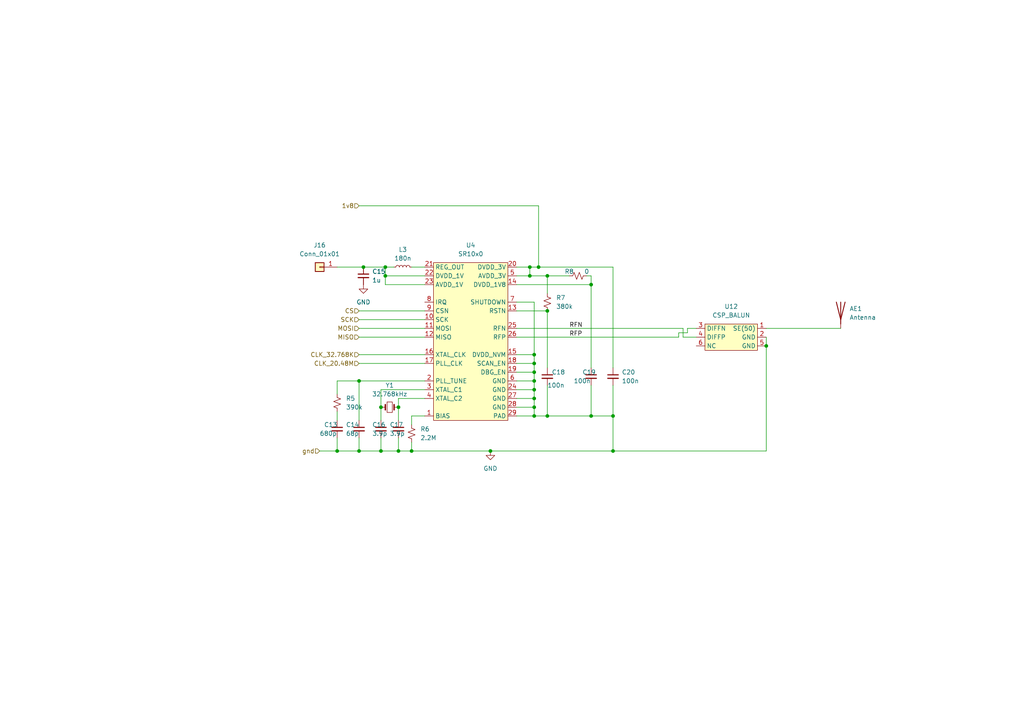
<source format=kicad_sch>
(kicad_sch (version 20211123) (generator eeschema)

  (uuid e7946b4b-d724-4f4f-9ffe-baea7140b82a)

  (paper "A4")

  (lib_symbols
    (symbol "0_kicad_custom_symbols:CSP_BALUN" (in_bom yes) (on_board yes)
      (property "Reference" "U" (id 0) (at 0 5.08 0)
        (effects (font (size 1.27 1.27)))
      )
      (property "Value" "CSP_BALUN" (id 1) (at 0 5.08 0)
        (effects (font (size 1.27 1.27)))
      )
      (property "Footprint" "" (id 2) (at 0 5.08 0)
        (effects (font (size 1.27 1.27)) hide)
      )
      (property "Datasheet" "" (id 3) (at 0 5.08 0)
        (effects (font (size 1.27 1.27)) hide)
      )
      (symbol "CSP_BALUN_0_0"
        (pin unspecified line (at 10.16 2.54 180) (length 2.54)
          (name "SE(50)" (effects (font (size 1.27 1.27))))
          (number "1" (effects (font (size 1.27 1.27))))
        )
        (pin unspecified line (at 10.16 0 180) (length 2.54)
          (name "GND" (effects (font (size 1.27 1.27))))
          (number "2" (effects (font (size 1.27 1.27))))
        )
        (pin unspecified line (at -10.16 2.54 0) (length 2.54)
          (name "DIFFN" (effects (font (size 1.27 1.27))))
          (number "3" (effects (font (size 1.27 1.27))))
        )
        (pin unspecified line (at -10.16 0 0) (length 2.54)
          (name "DIFFP" (effects (font (size 1.27 1.27))))
          (number "4" (effects (font (size 1.27 1.27))))
        )
        (pin unspecified line (at 10.16 -2.54 180) (length 2.54)
          (name "GND" (effects (font (size 1.27 1.27))))
          (number "5" (effects (font (size 1.27 1.27))))
        )
        (pin unspecified line (at -10.16 -2.54 0) (length 2.54)
          (name "NC" (effects (font (size 1.27 1.27))))
          (number "6" (effects (font (size 1.27 1.27))))
        )
      )
      (symbol "CSP_BALUN_0_1"
        (rectangle (start -7.62 -3.81) (end 7.62 3.81)
          (stroke (width 0) (type default) (color 0 0 0 0))
          (fill (type background))
        )
      )
    )
    (symbol "0_kicad_custom_symbols:SR10x0" (in_bom yes) (on_board yes)
      (property "Reference" "U" (id 0) (at 0 25.4 0)
        (effects (font (size 1.27 1.27)))
      )
      (property "Value" "SR10x0" (id 1) (at 0 22.86 0)
        (effects (font (size 1.27 1.27)))
      )
      (property "Footprint" "" (id 2) (at 0 7.62 0)
        (effects (font (size 1.27 1.27)) hide)
      )
      (property "Datasheet" "" (id 3) (at 0 7.62 0)
        (effects (font (size 1.27 1.27)) hide)
      )
      (symbol "SR10x0_0_0"
        (pin unspecified line (at -12.7 -22.86 0) (length 2.54)
          (name "BIAS" (effects (font (size 1.27 1.27))))
          (number "1" (effects (font (size 1.27 1.27))))
        )
        (pin unspecified line (at -12.7 5.08 0) (length 2.54)
          (name "SCK" (effects (font (size 1.27 1.27))))
          (number "10" (effects (font (size 1.27 1.27))))
        )
        (pin unspecified line (at -12.7 2.54 0) (length 2.54)
          (name "MOSI" (effects (font (size 1.27 1.27))))
          (number "11" (effects (font (size 1.27 1.27))))
        )
        (pin unspecified line (at -12.7 0 0) (length 2.54)
          (name "MISO" (effects (font (size 1.27 1.27))))
          (number "12" (effects (font (size 1.27 1.27))))
        )
        (pin unspecified line (at 13.97 7.62 180) (length 2.54)
          (name "RSTN" (effects (font (size 1.27 1.27))))
          (number "13" (effects (font (size 1.27 1.27))))
        )
        (pin unspecified line (at 13.97 15.24 180) (length 2.54)
          (name "DVDD_1V8" (effects (font (size 1.27 1.27))))
          (number "14" (effects (font (size 1.27 1.27))))
        )
        (pin unspecified line (at 13.97 -5.08 180) (length 2.54)
          (name "DVDD_NVM" (effects (font (size 1.27 1.27))))
          (number "15" (effects (font (size 1.27 1.27))))
        )
        (pin unspecified line (at -12.7 -5.08 0) (length 2.54)
          (name "XTAL_CLK" (effects (font (size 1.27 1.27))))
          (number "16" (effects (font (size 1.27 1.27))))
        )
        (pin unspecified line (at -12.7 -7.62 0) (length 2.54)
          (name "PLL_CLK" (effects (font (size 1.27 1.27))))
          (number "17" (effects (font (size 1.27 1.27))))
        )
        (pin unspecified line (at 13.97 -7.62 180) (length 2.54)
          (name "SCAN_EN" (effects (font (size 1.27 1.27))))
          (number "18" (effects (font (size 1.27 1.27))))
        )
        (pin unspecified line (at 13.97 -10.16 180) (length 2.54)
          (name "DBG_EN" (effects (font (size 1.27 1.27))))
          (number "19" (effects (font (size 1.27 1.27))))
        )
        (pin unspecified line (at -12.7 -12.7 0) (length 2.54)
          (name "PLL_TUNE" (effects (font (size 1.27 1.27))))
          (number "2" (effects (font (size 1.27 1.27))))
        )
        (pin unspecified line (at 13.97 20.32 180) (length 2.54)
          (name "DVDD_3V" (effects (font (size 1.27 1.27))))
          (number "20" (effects (font (size 1.27 1.27))))
        )
        (pin unspecified line (at -12.7 20.32 0) (length 2.54)
          (name "REG_OUT" (effects (font (size 1.27 1.27))))
          (number "21" (effects (font (size 1.27 1.27))))
        )
        (pin unspecified line (at -12.7 17.78 0) (length 2.54)
          (name "DVDD_1V" (effects (font (size 1.27 1.27))))
          (number "22" (effects (font (size 1.27 1.27))))
        )
        (pin unspecified line (at -12.7 15.24 0) (length 2.54)
          (name "AVDD_1V" (effects (font (size 1.27 1.27))))
          (number "23" (effects (font (size 1.27 1.27))))
        )
        (pin unspecified line (at 13.97 -15.24 180) (length 2.54)
          (name "GND" (effects (font (size 1.27 1.27))))
          (number "24" (effects (font (size 1.27 1.27))))
        )
        (pin unspecified line (at 13.97 2.54 180) (length 2.54)
          (name "RFN" (effects (font (size 1.27 1.27))))
          (number "25" (effects (font (size 1.27 1.27))))
        )
        (pin unspecified line (at 13.97 0 180) (length 2.54)
          (name "RFP" (effects (font (size 1.27 1.27))))
          (number "26" (effects (font (size 1.27 1.27))))
        )
        (pin unspecified line (at 13.97 -17.78 180) (length 2.54)
          (name "GND" (effects (font (size 1.27 1.27))))
          (number "27" (effects (font (size 1.27 1.27))))
        )
        (pin unspecified line (at 13.97 -20.32 180) (length 2.54)
          (name "GND" (effects (font (size 1.27 1.27))))
          (number "28" (effects (font (size 1.27 1.27))))
        )
        (pin unspecified line (at 13.97 -22.86 180) (length 2.54)
          (name "PAD" (effects (font (size 1.27 1.27))))
          (number "29" (effects (font (size 1.27 1.27))))
        )
        (pin unspecified line (at -12.7 -15.24 0) (length 2.54)
          (name "XTAL_C1" (effects (font (size 1.27 1.27))))
          (number "3" (effects (font (size 1.27 1.27))))
        )
        (pin unspecified line (at -12.7 -17.78 0) (length 2.54)
          (name "XTAL_C2" (effects (font (size 1.27 1.27))))
          (number "4" (effects (font (size 1.27 1.27))))
        )
        (pin unspecified line (at 13.97 17.78 180) (length 2.54)
          (name "AVDD_3V" (effects (font (size 1.27 1.27))))
          (number "5" (effects (font (size 1.27 1.27))))
        )
        (pin unspecified line (at 13.97 -12.7 180) (length 2.54)
          (name "GND" (effects (font (size 1.27 1.27))))
          (number "6" (effects (font (size 1.27 1.27))))
        )
        (pin unspecified line (at 13.97 10.16 180) (length 2.54)
          (name "SHUTDOWN" (effects (font (size 1.27 1.27))))
          (number "7" (effects (font (size 1.27 1.27))))
        )
        (pin unspecified line (at -12.7 10.16 0) (length 2.54)
          (name "IRQ" (effects (font (size 1.27 1.27))))
          (number "8" (effects (font (size 1.27 1.27))))
        )
        (pin unspecified line (at -12.7 7.62 0) (length 2.54)
          (name "CSN" (effects (font (size 1.27 1.27))))
          (number "9" (effects (font (size 1.27 1.27))))
        )
      )
      (symbol "SR10x0_0_1"
        (rectangle (start -10.16 -24.13) (end 11.43 21.59)
          (stroke (width 0) (type default) (color 0 0 0 0))
          (fill (type background))
        )
      )
    )
    (symbol "Connector_Generic:Conn_01x01" (pin_names (offset 1.016) hide) (in_bom yes) (on_board yes)
      (property "Reference" "J" (id 0) (at 0 2.54 0)
        (effects (font (size 1.27 1.27)))
      )
      (property "Value" "Conn_01x01" (id 1) (at 0 -2.54 0)
        (effects (font (size 1.27 1.27)))
      )
      (property "Footprint" "" (id 2) (at 0 0 0)
        (effects (font (size 1.27 1.27)) hide)
      )
      (property "Datasheet" "~" (id 3) (at 0 0 0)
        (effects (font (size 1.27 1.27)) hide)
      )
      (property "ki_keywords" "connector" (id 4) (at 0 0 0)
        (effects (font (size 1.27 1.27)) hide)
      )
      (property "ki_description" "Generic connector, single row, 01x01, script generated (kicad-library-utils/schlib/autogen/connector/)" (id 5) (at 0 0 0)
        (effects (font (size 1.27 1.27)) hide)
      )
      (property "ki_fp_filters" "Connector*:*_1x??_*" (id 6) (at 0 0 0)
        (effects (font (size 1.27 1.27)) hide)
      )
      (symbol "Conn_01x01_1_1"
        (rectangle (start -1.27 0.127) (end 0 -0.127)
          (stroke (width 0.1524) (type default) (color 0 0 0 0))
          (fill (type none))
        )
        (rectangle (start -1.27 1.27) (end 1.27 -1.27)
          (stroke (width 0.254) (type default) (color 0 0 0 0))
          (fill (type background))
        )
        (pin passive line (at -5.08 0 0) (length 3.81)
          (name "Pin_1" (effects (font (size 1.27 1.27))))
          (number "1" (effects (font (size 1.27 1.27))))
        )
      )
    )
    (symbol "Device:Antenna" (pin_numbers hide) (pin_names (offset 1.016) hide) (in_bom yes) (on_board yes)
      (property "Reference" "AE" (id 0) (at -1.905 1.905 0)
        (effects (font (size 1.27 1.27)) (justify right))
      )
      (property "Value" "Antenna" (id 1) (at -1.905 0 0)
        (effects (font (size 1.27 1.27)) (justify right))
      )
      (property "Footprint" "" (id 2) (at 0 0 0)
        (effects (font (size 1.27 1.27)) hide)
      )
      (property "Datasheet" "~" (id 3) (at 0 0 0)
        (effects (font (size 1.27 1.27)) hide)
      )
      (property "ki_keywords" "antenna" (id 4) (at 0 0 0)
        (effects (font (size 1.27 1.27)) hide)
      )
      (property "ki_description" "Antenna" (id 5) (at 0 0 0)
        (effects (font (size 1.27 1.27)) hide)
      )
      (symbol "Antenna_0_1"
        (polyline
          (pts
            (xy 0 2.54)
            (xy 0 -3.81)
          )
          (stroke (width 0.254) (type default) (color 0 0 0 0))
          (fill (type none))
        )
        (polyline
          (pts
            (xy 1.27 2.54)
            (xy 0 -2.54)
            (xy -1.27 2.54)
          )
          (stroke (width 0.254) (type default) (color 0 0 0 0))
          (fill (type none))
        )
      )
      (symbol "Antenna_1_1"
        (pin input line (at 0 -5.08 90) (length 2.54)
          (name "A" (effects (font (size 1.27 1.27))))
          (number "1" (effects (font (size 1.27 1.27))))
        )
      )
    )
    (symbol "Device:C_Small" (pin_numbers hide) (pin_names (offset 0.254) hide) (in_bom yes) (on_board yes)
      (property "Reference" "C" (id 0) (at 0.254 1.778 0)
        (effects (font (size 1.27 1.27)) (justify left))
      )
      (property "Value" "C_Small" (id 1) (at 0.254 -2.032 0)
        (effects (font (size 1.27 1.27)) (justify left))
      )
      (property "Footprint" "" (id 2) (at 0 0 0)
        (effects (font (size 1.27 1.27)) hide)
      )
      (property "Datasheet" "~" (id 3) (at 0 0 0)
        (effects (font (size 1.27 1.27)) hide)
      )
      (property "ki_keywords" "capacitor cap" (id 4) (at 0 0 0)
        (effects (font (size 1.27 1.27)) hide)
      )
      (property "ki_description" "Unpolarized capacitor, small symbol" (id 5) (at 0 0 0)
        (effects (font (size 1.27 1.27)) hide)
      )
      (property "ki_fp_filters" "C_*" (id 6) (at 0 0 0)
        (effects (font (size 1.27 1.27)) hide)
      )
      (symbol "C_Small_0_1"
        (polyline
          (pts
            (xy -1.524 -0.508)
            (xy 1.524 -0.508)
          )
          (stroke (width 0.3302) (type default) (color 0 0 0 0))
          (fill (type none))
        )
        (polyline
          (pts
            (xy -1.524 0.508)
            (xy 1.524 0.508)
          )
          (stroke (width 0.3048) (type default) (color 0 0 0 0))
          (fill (type none))
        )
      )
      (symbol "C_Small_1_1"
        (pin passive line (at 0 2.54 270) (length 2.032)
          (name "~" (effects (font (size 1.27 1.27))))
          (number "1" (effects (font (size 1.27 1.27))))
        )
        (pin passive line (at 0 -2.54 90) (length 2.032)
          (name "~" (effects (font (size 1.27 1.27))))
          (number "2" (effects (font (size 1.27 1.27))))
        )
      )
    )
    (symbol "Device:Crystal_Small" (pin_numbers hide) (pin_names (offset 1.016) hide) (in_bom yes) (on_board yes)
      (property "Reference" "Y" (id 0) (at 0 2.54 0)
        (effects (font (size 1.27 1.27)))
      )
      (property "Value" "Crystal_Small" (id 1) (at 0 -2.54 0)
        (effects (font (size 1.27 1.27)))
      )
      (property "Footprint" "" (id 2) (at 0 0 0)
        (effects (font (size 1.27 1.27)) hide)
      )
      (property "Datasheet" "~" (id 3) (at 0 0 0)
        (effects (font (size 1.27 1.27)) hide)
      )
      (property "ki_keywords" "quartz ceramic resonator oscillator" (id 4) (at 0 0 0)
        (effects (font (size 1.27 1.27)) hide)
      )
      (property "ki_description" "Two pin crystal, small symbol" (id 5) (at 0 0 0)
        (effects (font (size 1.27 1.27)) hide)
      )
      (property "ki_fp_filters" "Crystal*" (id 6) (at 0 0 0)
        (effects (font (size 1.27 1.27)) hide)
      )
      (symbol "Crystal_Small_0_1"
        (rectangle (start -0.762 -1.524) (end 0.762 1.524)
          (stroke (width 0) (type default) (color 0 0 0 0))
          (fill (type none))
        )
        (polyline
          (pts
            (xy -1.27 -0.762)
            (xy -1.27 0.762)
          )
          (stroke (width 0.381) (type default) (color 0 0 0 0))
          (fill (type none))
        )
        (polyline
          (pts
            (xy 1.27 -0.762)
            (xy 1.27 0.762)
          )
          (stroke (width 0.381) (type default) (color 0 0 0 0))
          (fill (type none))
        )
      )
      (symbol "Crystal_Small_1_1"
        (pin passive line (at -2.54 0 0) (length 1.27)
          (name "1" (effects (font (size 1.27 1.27))))
          (number "1" (effects (font (size 1.27 1.27))))
        )
        (pin passive line (at 2.54 0 180) (length 1.27)
          (name "2" (effects (font (size 1.27 1.27))))
          (number "2" (effects (font (size 1.27 1.27))))
        )
      )
    )
    (symbol "Device:L_Small" (pin_numbers hide) (pin_names (offset 0.254) hide) (in_bom yes) (on_board yes)
      (property "Reference" "L" (id 0) (at 0.762 1.016 0)
        (effects (font (size 1.27 1.27)) (justify left))
      )
      (property "Value" "L_Small" (id 1) (at 0.762 -1.016 0)
        (effects (font (size 1.27 1.27)) (justify left))
      )
      (property "Footprint" "" (id 2) (at 0 0 0)
        (effects (font (size 1.27 1.27)) hide)
      )
      (property "Datasheet" "~" (id 3) (at 0 0 0)
        (effects (font (size 1.27 1.27)) hide)
      )
      (property "ki_keywords" "inductor choke coil reactor magnetic" (id 4) (at 0 0 0)
        (effects (font (size 1.27 1.27)) hide)
      )
      (property "ki_description" "Inductor, small symbol" (id 5) (at 0 0 0)
        (effects (font (size 1.27 1.27)) hide)
      )
      (property "ki_fp_filters" "Choke_* *Coil* Inductor_* L_*" (id 6) (at 0 0 0)
        (effects (font (size 1.27 1.27)) hide)
      )
      (symbol "L_Small_0_1"
        (arc (start 0 -2.032) (mid 0.508 -1.524) (end 0 -1.016)
          (stroke (width 0) (type default) (color 0 0 0 0))
          (fill (type none))
        )
        (arc (start 0 -1.016) (mid 0.508 -0.508) (end 0 0)
          (stroke (width 0) (type default) (color 0 0 0 0))
          (fill (type none))
        )
        (arc (start 0 0) (mid 0.508 0.508) (end 0 1.016)
          (stroke (width 0) (type default) (color 0 0 0 0))
          (fill (type none))
        )
        (arc (start 0 1.016) (mid 0.508 1.524) (end 0 2.032)
          (stroke (width 0) (type default) (color 0 0 0 0))
          (fill (type none))
        )
      )
      (symbol "L_Small_1_1"
        (pin passive line (at 0 2.54 270) (length 0.508)
          (name "~" (effects (font (size 1.27 1.27))))
          (number "1" (effects (font (size 1.27 1.27))))
        )
        (pin passive line (at 0 -2.54 90) (length 0.508)
          (name "~" (effects (font (size 1.27 1.27))))
          (number "2" (effects (font (size 1.27 1.27))))
        )
      )
    )
    (symbol "Device:R_Small_US" (pin_numbers hide) (pin_names (offset 0.254) hide) (in_bom yes) (on_board yes)
      (property "Reference" "R" (id 0) (at 0.762 0.508 0)
        (effects (font (size 1.27 1.27)) (justify left))
      )
      (property "Value" "R_Small_US" (id 1) (at 0.762 -1.016 0)
        (effects (font (size 1.27 1.27)) (justify left))
      )
      (property "Footprint" "" (id 2) (at 0 0 0)
        (effects (font (size 1.27 1.27)) hide)
      )
      (property "Datasheet" "~" (id 3) (at 0 0 0)
        (effects (font (size 1.27 1.27)) hide)
      )
      (property "ki_keywords" "r resistor" (id 4) (at 0 0 0)
        (effects (font (size 1.27 1.27)) hide)
      )
      (property "ki_description" "Resistor, small US symbol" (id 5) (at 0 0 0)
        (effects (font (size 1.27 1.27)) hide)
      )
      (property "ki_fp_filters" "R_*" (id 6) (at 0 0 0)
        (effects (font (size 1.27 1.27)) hide)
      )
      (symbol "R_Small_US_1_1"
        (polyline
          (pts
            (xy 0 0)
            (xy 1.016 -0.381)
            (xy 0 -0.762)
            (xy -1.016 -1.143)
            (xy 0 -1.524)
          )
          (stroke (width 0) (type default) (color 0 0 0 0))
          (fill (type none))
        )
        (polyline
          (pts
            (xy 0 1.524)
            (xy 1.016 1.143)
            (xy 0 0.762)
            (xy -1.016 0.381)
            (xy 0 0)
          )
          (stroke (width 0) (type default) (color 0 0 0 0))
          (fill (type none))
        )
        (pin passive line (at 0 2.54 270) (length 1.016)
          (name "~" (effects (font (size 1.27 1.27))))
          (number "1" (effects (font (size 1.27 1.27))))
        )
        (pin passive line (at 0 -2.54 90) (length 1.016)
          (name "~" (effects (font (size 1.27 1.27))))
          (number "2" (effects (font (size 1.27 1.27))))
        )
      )
    )
    (symbol "power:GND" (power) (pin_names (offset 0)) (in_bom yes) (on_board yes)
      (property "Reference" "#PWR" (id 0) (at 0 -6.35 0)
        (effects (font (size 1.27 1.27)) hide)
      )
      (property "Value" "GND" (id 1) (at 0 -3.81 0)
        (effects (font (size 1.27 1.27)))
      )
      (property "Footprint" "" (id 2) (at 0 0 0)
        (effects (font (size 1.27 1.27)) hide)
      )
      (property "Datasheet" "" (id 3) (at 0 0 0)
        (effects (font (size 1.27 1.27)) hide)
      )
      (property "ki_keywords" "power-flag" (id 4) (at 0 0 0)
        (effects (font (size 1.27 1.27)) hide)
      )
      (property "ki_description" "Power symbol creates a global label with name \"GND\" , ground" (id 5) (at 0 0 0)
        (effects (font (size 1.27 1.27)) hide)
      )
      (symbol "GND_0_1"
        (polyline
          (pts
            (xy 0 0)
            (xy 0 -1.27)
            (xy 1.27 -1.27)
            (xy 0 -2.54)
            (xy -1.27 -1.27)
            (xy 0 -1.27)
          )
          (stroke (width 0) (type default) (color 0 0 0 0))
          (fill (type none))
        )
      )
      (symbol "GND_1_1"
        (pin power_in line (at 0 0 270) (length 0) hide
          (name "GND" (effects (font (size 1.27 1.27))))
          (number "1" (effects (font (size 1.27 1.27))))
        )
      )
    )
  )

  (junction (at 142.24 130.81) (diameter 0) (color 0 0 0 0)
    (uuid 0151bf30-1148-42cb-a685-6ed8c7c18eef)
  )
  (junction (at 177.8 120.65) (diameter 0) (color 0 0 0 0)
    (uuid 03b4c98f-f707-4f91-8ebb-28ee1990da44)
  )
  (junction (at 97.79 130.81) (diameter 0) (color 0 0 0 0)
    (uuid 076ec102-1264-42f9-b892-abc9c2acc57a)
  )
  (junction (at 153.67 77.47) (diameter 0) (color 0 0 0 0)
    (uuid 0f254a28-cd43-46c2-bb88-57fead51249a)
  )
  (junction (at 154.94 107.95) (diameter 0) (color 0 0 0 0)
    (uuid 0ff9b227-0bcb-4bda-9065-85195e7aec51)
  )
  (junction (at 111.76 80.01) (diameter 0) (color 0 0 0 0)
    (uuid 12da2731-4840-4556-a958-899e3d0e1d29)
  )
  (junction (at 115.57 130.81) (diameter 0) (color 0 0 0 0)
    (uuid 1b7cd628-6a23-4750-9d37-9cfc125333ae)
  )
  (junction (at 154.94 115.57) (diameter 0) (color 0 0 0 0)
    (uuid 21f367dd-3ad1-4874-9a8c-06bec15cd162)
  )
  (junction (at 153.67 80.01) (diameter 0) (color 0 0 0 0)
    (uuid 24b65d01-c9a5-4c81-a0c0-420a87798652)
  )
  (junction (at 111.76 77.47) (diameter 0) (color 0 0 0 0)
    (uuid 4b1401a7-a888-4efa-9ab1-169788a4344c)
  )
  (junction (at 154.94 120.65) (diameter 0) (color 0 0 0 0)
    (uuid 53ffe0a9-2097-4e7d-a769-6bcc949bc75a)
  )
  (junction (at 222.25 100.33) (diameter 0) (color 0 0 0 0)
    (uuid 71d09f2e-11e5-4cc9-9227-a9c099d82019)
  )
  (junction (at 110.49 118.11) (diameter 0) (color 0 0 0 0)
    (uuid 77e5169f-0ea3-4de8-adfb-6176e496a736)
  )
  (junction (at 158.75 120.65) (diameter 0) (color 0 0 0 0)
    (uuid 8143b7f5-936d-433c-a2d0-41bde8b42601)
  )
  (junction (at 104.14 110.49) (diameter 0) (color 0 0 0 0)
    (uuid 8a250c79-2911-4df5-8df4-0fccf38813a1)
  )
  (junction (at 154.94 105.41) (diameter 0) (color 0 0 0 0)
    (uuid 8ac69a1a-a871-4950-9b25-abfb8319af1a)
  )
  (junction (at 156.21 77.47) (diameter 0) (color 0 0 0 0)
    (uuid 928d7cfe-9920-4cfb-ac23-984180b54bde)
  )
  (junction (at 154.94 118.11) (diameter 0) (color 0 0 0 0)
    (uuid 94be8abc-09f0-45be-8d7b-a1c96b414f9a)
  )
  (junction (at 104.14 130.81) (diameter 0) (color 0 0 0 0)
    (uuid 9de57010-2301-4135-bfe5-758ae0dd931e)
  )
  (junction (at 171.45 120.65) (diameter 0) (color 0 0 0 0)
    (uuid 9fc8db6b-9197-4af4-8038-3cf5d1675576)
  )
  (junction (at 105.41 77.47) (diameter 0) (color 0 0 0 0)
    (uuid a148bb97-7cb1-4693-80d8-f0fc1c631a41)
  )
  (junction (at 171.45 82.55) (diameter 0) (color 0 0 0 0)
    (uuid a2f39c5a-96f1-46fd-9310-ca8f6ecd3d0b)
  )
  (junction (at 119.38 130.81) (diameter 0) (color 0 0 0 0)
    (uuid aba79e4e-c43e-4138-ac15-ab95c2a04479)
  )
  (junction (at 154.94 113.03) (diameter 0) (color 0 0 0 0)
    (uuid b95683a8-81d2-4480-bba0-af0d442afd65)
  )
  (junction (at 177.8 130.81) (diameter 0) (color 0 0 0 0)
    (uuid bb24c6b0-69e9-4ac6-8159-033c3804f0bf)
  )
  (junction (at 158.75 90.17) (diameter 0) (color 0 0 0 0)
    (uuid bef3e79c-2d7f-4113-b2d4-1830adb75967)
  )
  (junction (at 158.75 80.01) (diameter 0) (color 0 0 0 0)
    (uuid c02f07d6-c465-4869-b870-6e4291fb3c7f)
  )
  (junction (at 154.94 110.49) (diameter 0) (color 0 0 0 0)
    (uuid c7fcc16b-9931-4f99-ba43-89ccb2e04372)
  )
  (junction (at 115.57 118.11) (diameter 0) (color 0 0 0 0)
    (uuid c894df66-1fe0-412c-98d9-29965ea89b30)
  )
  (junction (at 110.49 130.81) (diameter 0) (color 0 0 0 0)
    (uuid ed921c6f-8d9e-46f5-a9c5-0c7acb2ad24a)
  )
  (junction (at 154.94 102.87) (diameter 0) (color 0 0 0 0)
    (uuid ee1efdd4-81e2-4b00-93d9-5ddb8a358136)
  )

  (wire (pts (xy 149.86 90.17) (xy 158.75 90.17))
    (stroke (width 0) (type default) (color 0 0 0 0))
    (uuid 003531f5-59f4-489d-84da-956d52607190)
  )
  (wire (pts (xy 158.75 120.65) (xy 171.45 120.65))
    (stroke (width 0) (type default) (color 0 0 0 0))
    (uuid 05f601fb-1aff-4245-9ca3-1748eaf293f9)
  )
  (wire (pts (xy 154.94 120.65) (xy 154.94 118.11))
    (stroke (width 0) (type default) (color 0 0 0 0))
    (uuid 07c6fef5-aad9-4e6c-baf8-2235d8b33886)
  )
  (wire (pts (xy 119.38 123.19) (xy 119.38 120.65))
    (stroke (width 0) (type default) (color 0 0 0 0))
    (uuid 08204f30-043f-4883-bfcd-bf8672112580)
  )
  (wire (pts (xy 104.14 97.79) (xy 123.19 97.79))
    (stroke (width 0) (type default) (color 0 0 0 0))
    (uuid 0a542213-7863-4f13-8cbf-e8a57115d7c5)
  )
  (wire (pts (xy 149.86 115.57) (xy 154.94 115.57))
    (stroke (width 0) (type default) (color 0 0 0 0))
    (uuid 0b57d041-1042-4975-8f5f-fe935a8663fe)
  )
  (wire (pts (xy 171.45 82.55) (xy 171.45 80.01))
    (stroke (width 0) (type default) (color 0 0 0 0))
    (uuid 0c31a194-5cca-48c4-9d17-bfaeeee60c54)
  )
  (wire (pts (xy 199.39 95.25) (xy 199.39 96.52))
    (stroke (width 0) (type default) (color 0 0 0 0))
    (uuid 12fb66df-760b-4427-b9c9-c551f6f6908b)
  )
  (wire (pts (xy 97.79 110.49) (xy 104.14 110.49))
    (stroke (width 0) (type default) (color 0 0 0 0))
    (uuid 149fe5e3-c5de-4b00-a4da-9988610fa252)
  )
  (wire (pts (xy 156.21 77.47) (xy 156.21 59.69))
    (stroke (width 0) (type default) (color 0 0 0 0))
    (uuid 15cd9d22-38b9-4f3d-a562-d0644861f6f6)
  )
  (wire (pts (xy 149.86 97.79) (xy 196.85 97.79))
    (stroke (width 0) (type default) (color 0 0 0 0))
    (uuid 2132b993-0665-4c4e-8feb-2012cd0025e0)
  )
  (wire (pts (xy 177.8 120.65) (xy 171.45 120.65))
    (stroke (width 0) (type default) (color 0 0 0 0))
    (uuid 230e1b32-abd0-42c2-8e2c-4c1ce7b4423f)
  )
  (wire (pts (xy 115.57 118.11) (xy 115.57 121.92))
    (stroke (width 0) (type default) (color 0 0 0 0))
    (uuid 24e0adb2-6d54-47b6-bee3-01d2d039e6dc)
  )
  (wire (pts (xy 110.49 113.03) (xy 123.19 113.03))
    (stroke (width 0) (type default) (color 0 0 0 0))
    (uuid 27eec292-db7f-4d26-82a8-8d97acc6ba2b)
  )
  (wire (pts (xy 104.14 130.81) (xy 110.49 130.81))
    (stroke (width 0) (type default) (color 0 0 0 0))
    (uuid 2e240f88-7232-4f87-8615-294a7f7734ae)
  )
  (wire (pts (xy 154.94 120.65) (xy 158.75 120.65))
    (stroke (width 0) (type default) (color 0 0 0 0))
    (uuid 3262ce87-8029-4a56-a29a-8089ae6e5a59)
  )
  (wire (pts (xy 119.38 77.47) (xy 123.19 77.47))
    (stroke (width 0) (type default) (color 0 0 0 0))
    (uuid 33b0217c-b4ff-4de1-9261-e34b6ff8a0d3)
  )
  (wire (pts (xy 170.18 80.01) (xy 171.45 80.01))
    (stroke (width 0) (type default) (color 0 0 0 0))
    (uuid 353ab95e-9d39-4510-8c8d-939b71fd1536)
  )
  (wire (pts (xy 149.86 95.25) (xy 198.12 95.25))
    (stroke (width 0) (type default) (color 0 0 0 0))
    (uuid 35470870-0d4e-44be-8ed1-d59b815191f2)
  )
  (wire (pts (xy 142.24 130.81) (xy 119.38 130.81))
    (stroke (width 0) (type default) (color 0 0 0 0))
    (uuid 38816841-5d62-49e6-8088-69d175a2af8e)
  )
  (wire (pts (xy 154.94 107.95) (xy 154.94 110.49))
    (stroke (width 0) (type default) (color 0 0 0 0))
    (uuid 39ac3426-5046-49d6-a48c-f54b57a87631)
  )
  (wire (pts (xy 149.86 120.65) (xy 154.94 120.65))
    (stroke (width 0) (type default) (color 0 0 0 0))
    (uuid 3c36da5c-133a-4ed4-8757-815d1812ec18)
  )
  (wire (pts (xy 104.14 105.41) (xy 123.19 105.41))
    (stroke (width 0) (type default) (color 0 0 0 0))
    (uuid 4344b8fd-b142-4fc5-92ce-805de17acedf)
  )
  (wire (pts (xy 153.67 80.01) (xy 158.75 80.01))
    (stroke (width 0) (type default) (color 0 0 0 0))
    (uuid 43fb9cc2-c8c4-4930-a626-6bb50c7b4e96)
  )
  (wire (pts (xy 111.76 77.47) (xy 114.3 77.47))
    (stroke (width 0) (type default) (color 0 0 0 0))
    (uuid 4c670306-2a51-4778-bfe1-475c2b5cf28f)
  )
  (wire (pts (xy 198.12 95.25) (xy 198.12 97.79))
    (stroke (width 0) (type default) (color 0 0 0 0))
    (uuid 522771f7-a928-442e-8ded-b867778ec3d8)
  )
  (wire (pts (xy 196.85 96.52) (xy 196.85 97.79))
    (stroke (width 0) (type default) (color 0 0 0 0))
    (uuid 52f7d1c0-de6a-490f-af2a-2d2970b728f0)
  )
  (wire (pts (xy 149.86 102.87) (xy 154.94 102.87))
    (stroke (width 0) (type default) (color 0 0 0 0))
    (uuid 53c8f187-c4b3-4c43-9643-47f630bf39d5)
  )
  (wire (pts (xy 104.14 59.69) (xy 156.21 59.69))
    (stroke (width 0) (type default) (color 0 0 0 0))
    (uuid 54b7f6f2-e1b4-48a1-87bb-b2ee46dccf2e)
  )
  (wire (pts (xy 149.86 87.63) (xy 154.94 87.63))
    (stroke (width 0) (type default) (color 0 0 0 0))
    (uuid 56cf07a2-050c-47fe-a283-cacd5436e682)
  )
  (wire (pts (xy 149.86 113.03) (xy 154.94 113.03))
    (stroke (width 0) (type default) (color 0 0 0 0))
    (uuid 5a7ea48c-73a4-447c-a454-fe05b3a17726)
  )
  (wire (pts (xy 156.21 77.47) (xy 177.8 77.47))
    (stroke (width 0) (type default) (color 0 0 0 0))
    (uuid 5bbb8cc0-3d42-4dc5-9ff0-d2817a5b9a4d)
  )
  (wire (pts (xy 111.76 82.55) (xy 123.19 82.55))
    (stroke (width 0) (type default) (color 0 0 0 0))
    (uuid 5ed4184e-6fcb-472f-bfbd-58bd0407a79a)
  )
  (wire (pts (xy 104.14 110.49) (xy 104.14 121.92))
    (stroke (width 0) (type default) (color 0 0 0 0))
    (uuid 5f288793-c60e-49a2-b9e2-28022d85963a)
  )
  (wire (pts (xy 154.94 118.11) (xy 154.94 115.57))
    (stroke (width 0) (type default) (color 0 0 0 0))
    (uuid 6061f0a0-0f05-49c7-ad53-a20ab4695e8b)
  )
  (wire (pts (xy 104.14 102.87) (xy 123.19 102.87))
    (stroke (width 0) (type default) (color 0 0 0 0))
    (uuid 69430845-e1d3-4086-9a4e-1d2bb8c20776)
  )
  (wire (pts (xy 153.67 77.47) (xy 149.86 77.47))
    (stroke (width 0) (type default) (color 0 0 0 0))
    (uuid 6aa2b36c-c06c-4e6e-910b-f1d002c87bc0)
  )
  (wire (pts (xy 115.57 118.11) (xy 115.57 115.57))
    (stroke (width 0) (type default) (color 0 0 0 0))
    (uuid 6dacda71-4bb3-4536-8dca-d85264482a57)
  )
  (wire (pts (xy 97.79 119.38) (xy 97.79 121.92))
    (stroke (width 0) (type default) (color 0 0 0 0))
    (uuid 6e0a09bd-4465-4bb4-adf0-d2b77978e48f)
  )
  (wire (pts (xy 201.93 95.25) (xy 199.39 95.25))
    (stroke (width 0) (type default) (color 0 0 0 0))
    (uuid 72a2f90a-1c42-4de4-861f-cdd39e23cf9c)
  )
  (wire (pts (xy 149.86 80.01) (xy 153.67 80.01))
    (stroke (width 0) (type default) (color 0 0 0 0))
    (uuid 73294eab-c39a-49d7-bd83-c38d355a3d16)
  )
  (wire (pts (xy 104.14 110.49) (xy 123.19 110.49))
    (stroke (width 0) (type default) (color 0 0 0 0))
    (uuid 7410eb21-a17d-4c3a-9d1c-66ca6c4e4f8a)
  )
  (wire (pts (xy 111.76 80.01) (xy 111.76 77.47))
    (stroke (width 0) (type default) (color 0 0 0 0))
    (uuid 77c2ac57-10e2-4b38-84f1-379b65329272)
  )
  (wire (pts (xy 177.8 111.76) (xy 177.8 120.65))
    (stroke (width 0) (type default) (color 0 0 0 0))
    (uuid 787c29f9-1dc1-47a0-a5ec-b9b4be77acc7)
  )
  (wire (pts (xy 177.8 130.81) (xy 142.24 130.81))
    (stroke (width 0) (type default) (color 0 0 0 0))
    (uuid 79abc05e-0a2b-49a4-899c-a83d5933629a)
  )
  (wire (pts (xy 222.25 95.25) (xy 243.84 95.25))
    (stroke (width 0) (type default) (color 0 0 0 0))
    (uuid 7af22046-d8b2-4c49-ac5e-060dc6c0fa3d)
  )
  (wire (pts (xy 97.79 130.81) (xy 104.14 130.81))
    (stroke (width 0) (type default) (color 0 0 0 0))
    (uuid 7c791bfb-13c9-4582-ae38-3c130e76d0d3)
  )
  (wire (pts (xy 119.38 130.81) (xy 119.38 128.27))
    (stroke (width 0) (type default) (color 0 0 0 0))
    (uuid 7dea40ad-275e-4356-bed4-ccf3ba29d326)
  )
  (wire (pts (xy 158.75 90.17) (xy 158.75 106.68))
    (stroke (width 0) (type default) (color 0 0 0 0))
    (uuid 7ed24067-a2b8-4196-8aec-58c040b703f6)
  )
  (wire (pts (xy 154.94 102.87) (xy 154.94 105.41))
    (stroke (width 0) (type default) (color 0 0 0 0))
    (uuid 83857c3d-2cbd-4c8e-8c7c-98e34fd467ad)
  )
  (wire (pts (xy 177.8 120.65) (xy 177.8 130.81))
    (stroke (width 0) (type default) (color 0 0 0 0))
    (uuid 85cfeb1a-bf37-4808-a748-9565fc1c7347)
  )
  (wire (pts (xy 222.25 97.79) (xy 222.25 100.33))
    (stroke (width 0) (type default) (color 0 0 0 0))
    (uuid 8d2ab680-6343-43c5-8ccb-3ea49634cb52)
  )
  (wire (pts (xy 97.79 77.47) (xy 105.41 77.47))
    (stroke (width 0) (type default) (color 0 0 0 0))
    (uuid 9078d887-2b21-4709-99fb-5f91573623f9)
  )
  (wire (pts (xy 149.86 105.41) (xy 154.94 105.41))
    (stroke (width 0) (type default) (color 0 0 0 0))
    (uuid 92c8f4ba-57a0-4b44-a303-4d654bc72976)
  )
  (wire (pts (xy 177.8 106.68) (xy 177.8 77.47))
    (stroke (width 0) (type default) (color 0 0 0 0))
    (uuid 94088670-ad40-43cc-ae57-791e8cbd3452)
  )
  (wire (pts (xy 154.94 113.03) (xy 154.94 110.49))
    (stroke (width 0) (type default) (color 0 0 0 0))
    (uuid 94089b98-2d82-406f-8a80-337361221ce4)
  )
  (wire (pts (xy 104.14 92.71) (xy 123.19 92.71))
    (stroke (width 0) (type default) (color 0 0 0 0))
    (uuid 9542e327-eba8-46f7-aed4-55ee1c3fc056)
  )
  (wire (pts (xy 104.14 90.17) (xy 123.19 90.17))
    (stroke (width 0) (type default) (color 0 0 0 0))
    (uuid 97d54b80-940f-44e5-bdc3-3b6cea0fb1f2)
  )
  (wire (pts (xy 199.39 96.52) (xy 196.85 96.52))
    (stroke (width 0) (type default) (color 0 0 0 0))
    (uuid 995b7a6c-b6b2-4a3c-8e85-c3efda7643d5)
  )
  (wire (pts (xy 171.45 111.76) (xy 171.45 120.65))
    (stroke (width 0) (type default) (color 0 0 0 0))
    (uuid 9a71fac4-4866-4df6-a57c-bd454b0d4339)
  )
  (wire (pts (xy 153.67 77.47) (xy 156.21 77.47))
    (stroke (width 0) (type default) (color 0 0 0 0))
    (uuid 9ae60c5c-92f3-4f70-834d-25d808b76bb6)
  )
  (wire (pts (xy 154.94 105.41) (xy 154.94 107.95))
    (stroke (width 0) (type default) (color 0 0 0 0))
    (uuid 9e4b97eb-4976-4e38-b382-13dce10abf22)
  )
  (wire (pts (xy 153.67 80.01) (xy 153.67 77.47))
    (stroke (width 0) (type default) (color 0 0 0 0))
    (uuid a0b5c368-7584-4b36-a252-2bd9a327c91c)
  )
  (wire (pts (xy 149.86 107.95) (xy 154.94 107.95))
    (stroke (width 0) (type default) (color 0 0 0 0))
    (uuid a37c735a-2152-4ac4-a272-81f2e0f038f5)
  )
  (wire (pts (xy 104.14 127) (xy 104.14 130.81))
    (stroke (width 0) (type default) (color 0 0 0 0))
    (uuid a580d05d-14a5-4336-9fca-b548086d8f4b)
  )
  (wire (pts (xy 154.94 110.49) (xy 149.86 110.49))
    (stroke (width 0) (type default) (color 0 0 0 0))
    (uuid a788b7fc-7ef8-478c-b36c-a2a6b077e821)
  )
  (wire (pts (xy 154.94 115.57) (xy 154.94 113.03))
    (stroke (width 0) (type default) (color 0 0 0 0))
    (uuid b042a06f-b474-47fc-a765-45ecb82c1f65)
  )
  (wire (pts (xy 110.49 127) (xy 110.49 130.81))
    (stroke (width 0) (type default) (color 0 0 0 0))
    (uuid b076bfca-9ea3-4259-9da1-efe42ed5037f)
  )
  (wire (pts (xy 92.71 130.81) (xy 97.79 130.81))
    (stroke (width 0) (type default) (color 0 0 0 0))
    (uuid b11424e4-e31d-44b3-b6cf-30c417df2ea5)
  )
  (wire (pts (xy 158.75 80.01) (xy 158.75 85.09))
    (stroke (width 0) (type default) (color 0 0 0 0))
    (uuid b42e1c8c-9923-4646-80d5-8d1b090d4d24)
  )
  (wire (pts (xy 104.14 95.25) (xy 123.19 95.25))
    (stroke (width 0) (type default) (color 0 0 0 0))
    (uuid bdc076ad-284d-4a5c-a0f7-e0a1296625c2)
  )
  (wire (pts (xy 119.38 120.65) (xy 123.19 120.65))
    (stroke (width 0) (type default) (color 0 0 0 0))
    (uuid c070f01a-a44a-4bbe-9d93-4d212e5ac004)
  )
  (wire (pts (xy 149.86 82.55) (xy 171.45 82.55))
    (stroke (width 0) (type default) (color 0 0 0 0))
    (uuid c98df6e3-449c-4e15-ae92-cd773bbd7104)
  )
  (wire (pts (xy 111.76 80.01) (xy 111.76 82.55))
    (stroke (width 0) (type default) (color 0 0 0 0))
    (uuid ced8cea5-cc58-429e-b4a4-11da3f300118)
  )
  (wire (pts (xy 115.57 130.81) (xy 119.38 130.81))
    (stroke (width 0) (type default) (color 0 0 0 0))
    (uuid cfa3111f-0202-4412-a89e-1e37cf87f17b)
  )
  (wire (pts (xy 123.19 80.01) (xy 111.76 80.01))
    (stroke (width 0) (type default) (color 0 0 0 0))
    (uuid d43728df-b095-48b0-a30e-11027ec27355)
  )
  (wire (pts (xy 97.79 114.3) (xy 97.79 110.49))
    (stroke (width 0) (type default) (color 0 0 0 0))
    (uuid d7cd0b7c-0af1-4621-8144-6cdceda5a7d8)
  )
  (wire (pts (xy 110.49 130.81) (xy 115.57 130.81))
    (stroke (width 0) (type default) (color 0 0 0 0))
    (uuid db42ed81-ee0b-4c07-be19-9c851ee43f61)
  )
  (wire (pts (xy 97.79 127) (xy 97.79 130.81))
    (stroke (width 0) (type default) (color 0 0 0 0))
    (uuid e0589db7-dc55-4fd2-81e9-c1e4cd9f4f84)
  )
  (wire (pts (xy 222.25 100.33) (xy 222.25 130.81))
    (stroke (width 0) (type default) (color 0 0 0 0))
    (uuid e1c3e282-b6b0-4028-8ab4-94f132389afb)
  )
  (wire (pts (xy 222.25 130.81) (xy 177.8 130.81))
    (stroke (width 0) (type default) (color 0 0 0 0))
    (uuid e2130da5-6bfd-4cff-a6e0-ce36fa9ed320)
  )
  (wire (pts (xy 158.75 111.76) (xy 158.75 120.65))
    (stroke (width 0) (type default) (color 0 0 0 0))
    (uuid e3b2b9c5-55bb-4a3c-b09f-8d4b4d3230fb)
  )
  (wire (pts (xy 115.57 127) (xy 115.57 130.81))
    (stroke (width 0) (type default) (color 0 0 0 0))
    (uuid eb1e94fb-46bf-4309-9aa6-b58f72743675)
  )
  (wire (pts (xy 149.86 118.11) (xy 154.94 118.11))
    (stroke (width 0) (type default) (color 0 0 0 0))
    (uuid edabf3db-f18a-4100-b4f9-299575a8cc60)
  )
  (wire (pts (xy 154.94 87.63) (xy 154.94 102.87))
    (stroke (width 0) (type default) (color 0 0 0 0))
    (uuid ee49344d-ea18-46fd-9a12-f5cc3bd87b3e)
  )
  (wire (pts (xy 110.49 121.92) (xy 110.49 118.11))
    (stroke (width 0) (type default) (color 0 0 0 0))
    (uuid ef9ab9de-65de-453b-92d1-8911d65e0733)
  )
  (wire (pts (xy 115.57 115.57) (xy 123.19 115.57))
    (stroke (width 0) (type default) (color 0 0 0 0))
    (uuid f1c90a01-d865-4407-8359-f50e1ba5b802)
  )
  (wire (pts (xy 171.45 82.55) (xy 171.45 106.68))
    (stroke (width 0) (type default) (color 0 0 0 0))
    (uuid f50f6d48-e347-424d-ac66-cc75cddda72f)
  )
  (wire (pts (xy 158.75 80.01) (xy 165.1 80.01))
    (stroke (width 0) (type default) (color 0 0 0 0))
    (uuid f56a09e7-0c3e-4a7b-9e22-02196bcb3e68)
  )
  (wire (pts (xy 198.12 97.79) (xy 201.93 97.79))
    (stroke (width 0) (type default) (color 0 0 0 0))
    (uuid fb5ab6dd-c31b-4f90-be15-e03aed389487)
  )
  (wire (pts (xy 105.41 77.47) (xy 111.76 77.47))
    (stroke (width 0) (type default) (color 0 0 0 0))
    (uuid fcd839b8-4e38-4a62-9735-18b2332e1e1b)
  )
  (wire (pts (xy 110.49 118.11) (xy 110.49 113.03))
    (stroke (width 0) (type default) (color 0 0 0 0))
    (uuid fe9155f7-7886-4354-aff3-85fd3939a5be)
  )

  (label "RFN" (at 165.1 95.25 0)
    (effects (font (size 1.27 1.27)) (justify left bottom))
    (uuid a68e03da-b674-4fa3-abbd-bf5edfd58541)
  )
  (label "RFP" (at 165.1 97.79 0)
    (effects (font (size 1.27 1.27)) (justify left bottom))
    (uuid c91af2de-c914-4fd3-97c2-839e6e911ed7)
  )

  (hierarchical_label "MOSI" (shape input) (at 104.14 95.25 180)
    (effects (font (size 1.27 1.27)) (justify right))
    (uuid 2bd10789-7467-46b1-87b8-b8e937105913)
  )
  (hierarchical_label "CLK_32.768K" (shape input) (at 104.14 102.87 180)
    (effects (font (size 1.27 1.27)) (justify right))
    (uuid 42f5c2c0-5ecf-4fea-8c2f-11ebb127001f)
  )
  (hierarchical_label "1v8" (shape input) (at 104.14 59.69 180)
    (effects (font (size 1.27 1.27)) (justify right))
    (uuid 635460c7-29cb-4e3e-a116-d103c01d1a83)
  )
  (hierarchical_label "SCK" (shape input) (at 104.14 92.71 180)
    (effects (font (size 1.27 1.27)) (justify right))
    (uuid 641cd7c7-6aff-4c5a-a4ea-2d66cb4939ca)
  )
  (hierarchical_label "MISO" (shape input) (at 104.14 97.79 180)
    (effects (font (size 1.27 1.27)) (justify right))
    (uuid 8194092d-63da-4e49-be42-a349938031b2)
  )
  (hierarchical_label "gnd" (shape input) (at 92.71 130.81 180)
    (effects (font (size 1.27 1.27)) (justify right))
    (uuid 89623a12-2002-424d-90c5-b0f99624d7de)
  )
  (hierarchical_label "CS" (shape input) (at 104.14 90.17 180)
    (effects (font (size 1.27 1.27)) (justify right))
    (uuid 8a1c9936-e4ff-4ba7-b064-e04b2cf114fc)
  )
  (hierarchical_label "CLK_20.48M" (shape input) (at 104.14 105.41 180)
    (effects (font (size 1.27 1.27)) (justify right))
    (uuid fb09536f-d9b6-4e89-9e2d-541d712b1750)
  )

  (symbol (lib_id "Device:C_Small") (at 177.8 109.22 0) (unit 1)
    (in_bom yes) (on_board yes) (fields_autoplaced)
    (uuid 03a1448a-da5b-41e1-adc9-bb24d5cc6f7c)
    (property "Reference" "C20" (id 0) (at 180.34 107.9562 0)
      (effects (font (size 1.27 1.27)) (justify left))
    )
    (property "Value" "100n" (id 1) (at 180.34 110.4962 0)
      (effects (font (size 1.27 1.27)) (justify left))
    )
    (property "Footprint" "Capacitor_SMD:C_0603_1608Metric_Pad1.08x0.95mm_HandSolder" (id 2) (at 177.8 109.22 0)
      (effects (font (size 1.27 1.27)) hide)
    )
    (property "Datasheet" "~" (id 3) (at 177.8 109.22 0)
      (effects (font (size 1.27 1.27)) hide)
    )
    (pin "1" (uuid 3c27153b-f09c-4ac0-99a7-e9d70edc9e0c))
    (pin "2" (uuid 1e91c51c-5a5c-4a10-b9fe-bdc036b6ceb2))
  )

  (symbol (lib_id "Device:R_Small_US") (at 97.79 116.84 180) (unit 1)
    (in_bom yes) (on_board yes)
    (uuid 1400fbd3-386c-4fd5-820f-d860fee974d8)
    (property "Reference" "R5" (id 0) (at 100.33 115.57 0)
      (effects (font (size 1.27 1.27)) (justify right))
    )
    (property "Value" "390k" (id 1) (at 100.33 118.1099 0)
      (effects (font (size 1.27 1.27)) (justify right))
    )
    (property "Footprint" "Resistor_SMD:R_0603_1608Metric_Pad0.98x0.95mm_HandSolder" (id 2) (at 97.79 116.84 0)
      (effects (font (size 1.27 1.27)) hide)
    )
    (property "Datasheet" "~" (id 3) (at 97.79 116.84 0)
      (effects (font (size 1.27 1.27)) hide)
    )
    (pin "1" (uuid 4b0c929c-a3b3-42b7-ae43-e70254c10fde))
    (pin "2" (uuid 617edc4b-bc47-43be-b281-95c12292b49c))
  )

  (symbol (lib_id "0_kicad_custom_symbols:SR10x0") (at 135.89 97.79 0) (unit 1)
    (in_bom yes) (on_board yes) (fields_autoplaced)
    (uuid 17d46a6f-3cf5-4782-ad4f-f4c3f133c275)
    (property "Reference" "U4" (id 0) (at 136.525 71.12 0))
    (property "Value" "SR10x0" (id 1) (at 136.525 73.66 0))
    (property "Footprint" "Package_DFN_QFN:QFN-28-1EP_4x4mm_P0.4mm_EP2.3x2.3mm" (id 2) (at 135.89 90.17 0)
      (effects (font (size 1.27 1.27)) hide)
    )
    (property "Datasheet" "" (id 3) (at 135.89 90.17 0)
      (effects (font (size 1.27 1.27)) hide)
    )
    (pin "1" (uuid f0cf88e3-355d-4203-82f9-6f754b2c5c03))
    (pin "10" (uuid adfa4838-685a-4725-99ae-0e0e13b5f1a6))
    (pin "11" (uuid 35a3dfb5-7522-490f-8a5e-8b22023e36c8))
    (pin "12" (uuid 8ff7a6a4-cf21-4de6-b871-6bb65062a5be))
    (pin "13" (uuid bacc5907-fb5c-40ae-bb17-a55fdac4e308))
    (pin "14" (uuid 526d3e2b-294d-4177-babc-531f05082502))
    (pin "15" (uuid 99921108-fc3a-4c6c-9ed4-96ac31935220))
    (pin "16" (uuid 5e48ba79-87c2-4582-b351-f9a0b064c414))
    (pin "17" (uuid a35b90ef-cb3c-43f8-a0c1-8021d78e1016))
    (pin "18" (uuid 1858edc6-fb7b-4262-a293-ea5a3fb081f4))
    (pin "19" (uuid 3964cb38-9abc-446f-b3da-9a156f6abf11))
    (pin "2" (uuid d7cd209b-1818-4fa3-90c1-284fbcf41f99))
    (pin "20" (uuid 78dc7f3b-4390-4b54-8380-7d27edb3fd27))
    (pin "21" (uuid c435873f-949c-46d3-a664-dbc9f839a6d0))
    (pin "22" (uuid e721fdcb-93c2-4483-803e-01f533a021e1))
    (pin "23" (uuid d5fb20a2-aae6-4baf-a91b-23852a25d6b2))
    (pin "24" (uuid bf20ff96-e8a0-4e98-af1d-f57b4c35cae3))
    (pin "25" (uuid 7896c8e4-1d66-46c8-bb01-32d29a88b7cd))
    (pin "26" (uuid 39e5997a-987a-4ee7-a817-249890977648))
    (pin "27" (uuid 0e8685e6-bf29-4bba-9b64-d3d3b3db4eec))
    (pin "28" (uuid 054827b7-1ad8-4ac9-a7e7-0591af8161ab))
    (pin "29" (uuid 6240c00a-c8d7-4dd6-a50e-5bc643b9e0b2))
    (pin "3" (uuid 9e8bc824-58d8-4839-a7ca-086eff37a0e9))
    (pin "4" (uuid 2f8620b7-9433-4e25-a40c-c81477a41799))
    (pin "5" (uuid 1b67974e-6093-4417-b158-f7425a20560e))
    (pin "6" (uuid 301ebc9a-f533-446d-a252-7a9107951acd))
    (pin "7" (uuid 8abb9c4e-765e-4916-a42a-3667985d5fa6))
    (pin "8" (uuid 3cb129c1-6b7e-4278-aa36-f432f7353026))
    (pin "9" (uuid bb47a4e3-c776-4503-bc91-85dc178b6b2c))
  )

  (symbol (lib_id "Device:C_Small") (at 158.75 109.22 0) (unit 1)
    (in_bom yes) (on_board yes)
    (uuid 240354cc-63da-42da-a0bd-b1e39c7ef835)
    (property "Reference" "C18" (id 0) (at 160.02 107.95 0)
      (effects (font (size 1.27 1.27)) (justify left))
    )
    (property "Value" "100n" (id 1) (at 158.75 111.76 0)
      (effects (font (size 1.27 1.27)) (justify left))
    )
    (property "Footprint" "Capacitor_SMD:C_0603_1608Metric_Pad1.08x0.95mm_HandSolder" (id 2) (at 158.75 109.22 0)
      (effects (font (size 1.27 1.27)) hide)
    )
    (property "Datasheet" "~" (id 3) (at 158.75 109.22 0)
      (effects (font (size 1.27 1.27)) hide)
    )
    (pin "1" (uuid 909a5852-e76c-4992-99a7-ef792a7018a6))
    (pin "2" (uuid 86a37c0b-6017-416f-92cb-005c1ebc739f))
  )

  (symbol (lib_id "Device:R_Small_US") (at 158.75 87.63 180) (unit 1)
    (in_bom yes) (on_board yes)
    (uuid 368b7f6b-c5c4-4829-9932-19b65eb1c785)
    (property "Reference" "R7" (id 0) (at 161.29 86.36 0)
      (effects (font (size 1.27 1.27)) (justify right))
    )
    (property "Value" "380k" (id 1) (at 161.29 88.8999 0)
      (effects (font (size 1.27 1.27)) (justify right))
    )
    (property "Footprint" "Resistor_SMD:R_0603_1608Metric_Pad0.98x0.95mm_HandSolder" (id 2) (at 158.75 87.63 0)
      (effects (font (size 1.27 1.27)) hide)
    )
    (property "Datasheet" "~" (id 3) (at 158.75 87.63 0)
      (effects (font (size 1.27 1.27)) hide)
    )
    (pin "1" (uuid 2be17e02-0688-49cb-8565-e209571740cd))
    (pin "2" (uuid e0d926c9-0f8e-4012-8b06-09d4ce4db7df))
  )

  (symbol (lib_id "Device:L_Small") (at 116.84 77.47 90) (unit 1)
    (in_bom yes) (on_board yes) (fields_autoplaced)
    (uuid 388281e1-b43d-4b8f-b65e-306c154ee8a1)
    (property "Reference" "L3" (id 0) (at 116.84 72.39 90))
    (property "Value" "180n" (id 1) (at 116.84 74.93 90))
    (property "Footprint" "Inductor_SMD:L_0603_1608Metric_Pad1.05x0.95mm_HandSolder" (id 2) (at 116.84 77.47 0)
      (effects (font (size 1.27 1.27)) hide)
    )
    (property "Datasheet" "~" (id 3) (at 116.84 77.47 0)
      (effects (font (size 1.27 1.27)) hide)
    )
    (pin "1" (uuid d5e3ebaa-d161-4fd6-98ed-c1157c43c7bc))
    (pin "2" (uuid 732854eb-a869-4171-89fe-6b16b507fd52))
  )

  (symbol (lib_id "Device:C_Small") (at 171.45 109.22 0) (unit 1)
    (in_bom yes) (on_board yes)
    (uuid 40c6c1e1-9924-4d31-891b-37d6cbf886e2)
    (property "Reference" "C19" (id 0) (at 168.91 107.95 0)
      (effects (font (size 1.27 1.27)) (justify left))
    )
    (property "Value" "100n" (id 1) (at 166.37 110.49 0)
      (effects (font (size 1.27 1.27)) (justify left))
    )
    (property "Footprint" "Capacitor_SMD:C_0603_1608Metric_Pad1.08x0.95mm_HandSolder" (id 2) (at 171.45 109.22 0)
      (effects (font (size 1.27 1.27)) hide)
    )
    (property "Datasheet" "~" (id 3) (at 171.45 109.22 0)
      (effects (font (size 1.27 1.27)) hide)
    )
    (pin "1" (uuid 238404e8-aa7b-401a-9254-59bb7e4ed152))
    (pin "2" (uuid b4846530-dcc8-44ce-8cb9-7b691b8f20aa))
  )

  (symbol (lib_id "Device:C_Small") (at 110.49 124.46 0) (unit 1)
    (in_bom yes) (on_board yes)
    (uuid 4453b4b4-6975-422f-831a-b6a6b5e9c033)
    (property "Reference" "C16" (id 0) (at 107.95 123.19 0)
      (effects (font (size 1.27 1.27)) (justify left))
    )
    (property "Value" "3.9p" (id 1) (at 107.95 125.73 0)
      (effects (font (size 1.27 1.27)) (justify left))
    )
    (property "Footprint" "Capacitor_SMD:C_0603_1608Metric_Pad1.08x0.95mm_HandSolder" (id 2) (at 110.49 124.46 0)
      (effects (font (size 1.27 1.27)) hide)
    )
    (property "Datasheet" "~" (id 3) (at 110.49 124.46 0)
      (effects (font (size 1.27 1.27)) hide)
    )
    (pin "1" (uuid 5e9605c9-8cc3-4e06-981c-656ae72392d4))
    (pin "2" (uuid 5279c81c-c4e4-4ed6-98ed-5acd2cae5df3))
  )

  (symbol (lib_id "Device:R_Small_US") (at 119.38 125.73 180) (unit 1)
    (in_bom yes) (on_board yes)
    (uuid 573cb8ca-5ef4-4daf-acc4-6baf50a6370a)
    (property "Reference" "R6" (id 0) (at 121.92 124.46 0)
      (effects (font (size 1.27 1.27)) (justify right))
    )
    (property "Value" "2.2M" (id 1) (at 121.92 126.9999 0)
      (effects (font (size 1.27 1.27)) (justify right))
    )
    (property "Footprint" "Resistor_SMD:R_0603_1608Metric_Pad0.98x0.95mm_HandSolder" (id 2) (at 119.38 125.73 0)
      (effects (font (size 1.27 1.27)) hide)
    )
    (property "Datasheet" "~" (id 3) (at 119.38 125.73 0)
      (effects (font (size 1.27 1.27)) hide)
    )
    (pin "1" (uuid d617d87d-0ff8-411b-a0e5-502a56064601))
    (pin "2" (uuid f489be76-27fa-43ad-99a8-70923819d61c))
  )

  (symbol (lib_id "Device:C_Small") (at 97.79 124.46 0) (unit 1)
    (in_bom yes) (on_board yes)
    (uuid 7cbd23f9-3610-4264-860b-52bca94b4075)
    (property "Reference" "C13" (id 0) (at 93.98 123.19 0)
      (effects (font (size 1.27 1.27)) (justify left))
    )
    (property "Value" "680p" (id 1) (at 92.71 125.73 0)
      (effects (font (size 1.27 1.27)) (justify left))
    )
    (property "Footprint" "Capacitor_SMD:C_0603_1608Metric_Pad1.08x0.95mm_HandSolder" (id 2) (at 97.79 124.46 0)
      (effects (font (size 1.27 1.27)) hide)
    )
    (property "Datasheet" "~" (id 3) (at 97.79 124.46 0)
      (effects (font (size 1.27 1.27)) hide)
    )
    (pin "1" (uuid 09442b0e-da9b-4333-9578-cf971d8758c5))
    (pin "2" (uuid e8375cde-158e-4fbb-a4d8-946872d0d89c))
  )

  (symbol (lib_id "Device:C_Small") (at 115.57 124.46 0) (unit 1)
    (in_bom yes) (on_board yes)
    (uuid 846aa9fb-338e-4db0-97fd-7c9c03ac6898)
    (property "Reference" "C17" (id 0) (at 113.03 123.19 0)
      (effects (font (size 1.27 1.27)) (justify left))
    )
    (property "Value" "3.9p" (id 1) (at 113.03 125.73 0)
      (effects (font (size 1.27 1.27)) (justify left))
    )
    (property "Footprint" "Capacitor_SMD:C_0603_1608Metric_Pad1.08x0.95mm_HandSolder" (id 2) (at 115.57 124.46 0)
      (effects (font (size 1.27 1.27)) hide)
    )
    (property "Datasheet" "~" (id 3) (at 115.57 124.46 0)
      (effects (font (size 1.27 1.27)) hide)
    )
    (pin "1" (uuid 0bf67f95-63e0-4cf9-975e-9fca1866cc10))
    (pin "2" (uuid 2859a760-a315-41ce-9867-42c9328eff85))
  )

  (symbol (lib_id "power:GND") (at 105.41 82.55 0) (unit 1)
    (in_bom yes) (on_board yes) (fields_autoplaced)
    (uuid 8ca05ad7-48ca-45d1-a61c-8ce2708e7989)
    (property "Reference" "#PWR0114" (id 0) (at 105.41 88.9 0)
      (effects (font (size 1.27 1.27)) hide)
    )
    (property "Value" "GND" (id 1) (at 105.41 87.63 0))
    (property "Footprint" "" (id 2) (at 105.41 82.55 0)
      (effects (font (size 1.27 1.27)) hide)
    )
    (property "Datasheet" "" (id 3) (at 105.41 82.55 0)
      (effects (font (size 1.27 1.27)) hide)
    )
    (pin "1" (uuid 656fccdf-a858-47be-abe9-0503848f3b41))
  )

  (symbol (lib_id "Device:C_Small") (at 104.14 124.46 0) (unit 1)
    (in_bom yes) (on_board yes)
    (uuid a18ff18d-52ca-4622-a378-e8f56d04033a)
    (property "Reference" "C14" (id 0) (at 100.33 123.19 0)
      (effects (font (size 1.27 1.27)) (justify left))
    )
    (property "Value" "68p" (id 1) (at 100.33 125.73 0)
      (effects (font (size 1.27 1.27)) (justify left))
    )
    (property "Footprint" "Capacitor_SMD:C_0603_1608Metric_Pad1.08x0.95mm_HandSolder" (id 2) (at 104.14 124.46 0)
      (effects (font (size 1.27 1.27)) hide)
    )
    (property "Datasheet" "~" (id 3) (at 104.14 124.46 0)
      (effects (font (size 1.27 1.27)) hide)
    )
    (pin "1" (uuid a4d41beb-09eb-4709-8bc1-34c23837ced2))
    (pin "2" (uuid 63eb113d-72cf-4edf-bc73-b9b4b75323f7))
  )

  (symbol (lib_id "Connector_Generic:Conn_01x01") (at 92.71 77.47 0) (mirror y) (unit 1)
    (in_bom yes) (on_board yes) (fields_autoplaced)
    (uuid a3c43b4a-23a7-4779-ae02-f0d30798e7ed)
    (property "Reference" "J16" (id 0) (at 92.71 71.12 0))
    (property "Value" "Conn_01x01" (id 1) (at 92.71 73.66 0))
    (property "Footprint" "Connector_PinHeader_2.54mm:PinHeader_1x01_P2.54mm_Vertical" (id 2) (at 92.71 77.47 0)
      (effects (font (size 1.27 1.27)) hide)
    )
    (property "Datasheet" "~" (id 3) (at 92.71 77.47 0)
      (effects (font (size 1.27 1.27)) hide)
    )
    (pin "1" (uuid 7e3afd0a-edc2-479e-ba8f-4f69fa916e02))
  )

  (symbol (lib_id "Device:Crystal_Small") (at 113.03 118.11 0) (unit 1)
    (in_bom yes) (on_board yes) (fields_autoplaced)
    (uuid acf4f524-fc76-4512-89b7-475e5825ad70)
    (property "Reference" "Y1" (id 0) (at 113.03 111.76 0))
    (property "Value" "32.768kHz" (id 1) (at 113.03 114.3 0))
    (property "Footprint" "Crystal:Crystal_SMD_MicroCrystal_CM9V-T1A-2Pin_1.6x1.0mm_HandSoldering" (id 2) (at 113.03 118.11 0)
      (effects (font (size 1.27 1.27)) hide)
    )
    (property "Datasheet" "~" (id 3) (at 113.03 118.11 0)
      (effects (font (size 1.27 1.27)) hide)
    )
    (pin "1" (uuid 1ceca03a-f8f2-4010-b86d-48b676d933ec))
    (pin "2" (uuid be7fa36e-76d0-45aa-8e70-7b6a33824775))
  )

  (symbol (lib_id "0_kicad_custom_symbols:CSP_BALUN") (at 212.09 97.79 0) (unit 1)
    (in_bom yes) (on_board yes) (fields_autoplaced)
    (uuid ba78aba3-4a13-45cc-a42b-869df5ffc2f7)
    (property "Reference" "U12" (id 0) (at 212.09 88.9 0))
    (property "Value" "CSP_BALUN" (id 1) (at 212.09 91.44 0))
    (property "Footprint" "0_kicad_custom_footprints:CSP_BALUN" (id 2) (at 212.09 92.71 0)
      (effects (font (size 1.27 1.27)) hide)
    )
    (property "Datasheet" "" (id 3) (at 212.09 92.71 0)
      (effects (font (size 1.27 1.27)) hide)
    )
    (pin "1" (uuid 5a6b0cea-ecf6-4737-956c-000e77dc9359))
    (pin "2" (uuid eb66ee31-9e4d-4772-a4e6-76ee3a23c3dc))
    (pin "3" (uuid 21c449f9-4c95-442e-93d7-513fce37cec1))
    (pin "4" (uuid 97c97bfd-191d-4d18-95fc-7ab346b1cdf8))
    (pin "5" (uuid 287f055d-7f84-49d9-b4eb-5ca648170c7d))
    (pin "6" (uuid c01f95c9-1f60-4830-a296-89aff0a27ef3))
  )

  (symbol (lib_id "power:GND") (at 142.24 130.81 0) (unit 1)
    (in_bom yes) (on_board yes) (fields_autoplaced)
    (uuid db8d6f5d-6d7a-4e52-aeb1-3fdb18d7057f)
    (property "Reference" "#PWR0115" (id 0) (at 142.24 137.16 0)
      (effects (font (size 1.27 1.27)) hide)
    )
    (property "Value" "GND" (id 1) (at 142.24 135.89 0))
    (property "Footprint" "" (id 2) (at 142.24 130.81 0)
      (effects (font (size 1.27 1.27)) hide)
    )
    (property "Datasheet" "" (id 3) (at 142.24 130.81 0)
      (effects (font (size 1.27 1.27)) hide)
    )
    (pin "1" (uuid 25b2dee1-b3a4-40f0-9f7f-bda3f3042bc4))
  )

  (symbol (lib_id "Device:R_Small_US") (at 167.64 80.01 90) (unit 1)
    (in_bom yes) (on_board yes)
    (uuid dd2d95b9-61b2-44fc-8232-e7df50daed0d)
    (property "Reference" "R8" (id 0) (at 165.1 78.74 90))
    (property "Value" "0" (id 1) (at 170.18 78.74 90))
    (property "Footprint" "Resistor_SMD:R_0603_1608Metric_Pad0.98x0.95mm_HandSolder" (id 2) (at 167.64 80.01 0)
      (effects (font (size 1.27 1.27)) hide)
    )
    (property "Datasheet" "~" (id 3) (at 167.64 80.01 0)
      (effects (font (size 1.27 1.27)) hide)
    )
    (pin "1" (uuid e1d9676f-274c-4bc9-a366-770184eebc6f))
    (pin "2" (uuid 1260b8a0-0888-4733-90b0-61c707f9828d))
  )

  (symbol (lib_id "Device:C_Small") (at 105.41 80.01 0) (unit 1)
    (in_bom yes) (on_board yes) (fields_autoplaced)
    (uuid ed0ff0ed-3986-46f0-abf9-4be021c43824)
    (property "Reference" "C15" (id 0) (at 107.95 78.7462 0)
      (effects (font (size 1.27 1.27)) (justify left))
    )
    (property "Value" "1u" (id 1) (at 107.95 81.2862 0)
      (effects (font (size 1.27 1.27)) (justify left))
    )
    (property "Footprint" "Capacitor_SMD:C_0603_1608Metric_Pad1.08x0.95mm_HandSolder" (id 2) (at 105.41 80.01 0)
      (effects (font (size 1.27 1.27)) hide)
    )
    (property "Datasheet" "~" (id 3) (at 105.41 80.01 0)
      (effects (font (size 1.27 1.27)) hide)
    )
    (pin "1" (uuid 7f6c5687-0f99-454f-bf09-714dc991817b))
    (pin "2" (uuid 1fe18e1c-0431-4a19-a2b2-b6ec6ea2c00d))
  )

  (symbol (lib_id "Device:Antenna") (at 243.84 90.17 0) (unit 1)
    (in_bom yes) (on_board yes) (fields_autoplaced)
    (uuid f6240840-bf51-4300-ace6-7630af58b1ec)
    (property "Reference" "AE1" (id 0) (at 246.38 89.5349 0)
      (effects (font (size 1.27 1.27)) (justify left))
    )
    (property "Value" "Antenna" (id 1) (at 246.38 92.0749 0)
      (effects (font (size 1.27 1.27)) (justify left))
    )
    (property "Footprint" "0_kicad_custom_footprints:antenna_footprint" (id 2) (at 243.84 90.17 0)
      (effects (font (size 1.27 1.27)) hide)
    )
    (property "Datasheet" "~" (id 3) (at 243.84 90.17 0)
      (effects (font (size 1.27 1.27)) hide)
    )
    (pin "1" (uuid 359bbb29-1fe5-4ae2-be78-e72897b9286e))
  )
)

</source>
